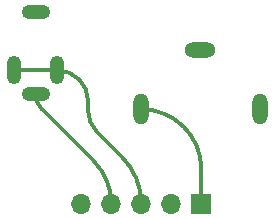
<source format=gtl>
%TF.GenerationSoftware,KiCad,Pcbnew,6.0.4-6f826c9f35~116~ubuntu18.04.1*%
%TF.CreationDate,2023-11-26T11:12:56-05:00*%
%TF.ProjectId,SH101_IO,53483130-315f-4494-9f2e-6b696361645f,rev?*%
%TF.SameCoordinates,Original*%
%TF.FileFunction,Copper,L1,Top*%
%TF.FilePolarity,Positive*%
%FSLAX46Y46*%
G04 Gerber Fmt 4.6, Leading zero omitted, Abs format (unit mm)*
G04 Created by KiCad (PCBNEW 6.0.4-6f826c9f35~116~ubuntu18.04.1) date 2023-11-26 11:12:56*
%MOMM*%
%LPD*%
G01*
G04 APERTURE LIST*
%TA.AperFunction,ComponentPad*%
%ADD10O,1.700000X1.700000*%
%TD*%
%TA.AperFunction,ComponentPad*%
%ADD11R,1.700000X1.700000*%
%TD*%
%TA.AperFunction,ComponentPad*%
%ADD12O,2.416000X1.208000*%
%TD*%
%TA.AperFunction,ComponentPad*%
%ADD13O,1.208000X2.416000*%
%TD*%
%TA.AperFunction,ComponentPad*%
%ADD14O,1.308000X2.616000*%
%TD*%
%TA.AperFunction,ComponentPad*%
%ADD15O,2.616000X1.308000*%
%TD*%
%TA.AperFunction,Conductor*%
%ADD16C,0.350000*%
%TD*%
G04 APERTURE END LIST*
D10*
%TO.P,J3,5,Pin_5*%
%TO.N,Net-(J2-PadS)*%
X60434250Y-17587500D03*
%TO.P,J3,4,Pin_4*%
%TO.N,Net-(J2-PadR)*%
X62974250Y-17587500D03*
%TO.P,J3,3,Pin_3*%
%TO.N,Net-(J2-PadT)*%
X65514250Y-17587500D03*
%TO.P,J3,2,Pin_2*%
%TO.N,Net-(J1-PadR)*%
X68054250Y-17587500D03*
D11*
%TO.P,J3,1,Pin_1*%
%TO.N,Net-(J1-PadT)*%
X70594250Y-17587500D03*
%TD*%
D12*
%TO.P,J2,R*%
%TO.N,Net-(J2-PadR)*%
X56553950Y-8287500D03*
%TO.P,J2,S*%
%TO.N,Net-(J2-PadS)*%
X56553950Y-1387500D03*
D13*
%TO.P,J2,T*%
%TO.N,Net-(J2-PadT)*%
X58403950Y-6287500D03*
X54703950Y-6287500D03*
%TD*%
D14*
%TO.P,J1,R*%
%TO.N,Net-(J1-PadR)*%
X75519250Y-9587500D03*
D15*
%TO.P,J1,S*%
%TO.N,unconnected-(J1-PadS)*%
X70519250Y-4587500D03*
D14*
%TO.P,J1,T*%
%TO.N,Net-(J1-PadT)*%
X65519250Y-9587500D03*
%TD*%
D16*
%TO.N,Net-(J1-PadT)*%
X70594250Y-14662500D02*
G75*
G03*
X65519250Y-9587500I-5075000J0D01*
G01*
X70594250Y-14662500D02*
X70594250Y-17587500D01*
%TO.N,Net-(J2-PadR)*%
X57095917Y-9595907D02*
G75*
G02*
X56553950Y-8287500I1308383J1308407D01*
G01*
X57095912Y-9595912D02*
X61479956Y-13979956D01*
X62974246Y-17587500D02*
G75*
G03*
X61479956Y-13979956I-5101846J0D01*
G01*
%TO.N,Net-(J2-PadT)*%
X63871470Y-13621458D02*
G75*
G02*
X65514250Y-17587500I-3966070J-3966042D01*
G01*
X61000000Y-9689340D02*
X61000000Y-8883550D01*
X60999984Y-9689340D02*
G75*
G03*
X61750000Y-11500000I2560716J40D01*
G01*
X58403950Y-6287500D02*
G75*
G02*
X61000000Y-8883550I0J-2596050D01*
G01*
X63871464Y-13621464D02*
X61750000Y-11500000D01*
X54703950Y-6287500D02*
X58403950Y-6287500D01*
%TD*%
M02*

</source>
